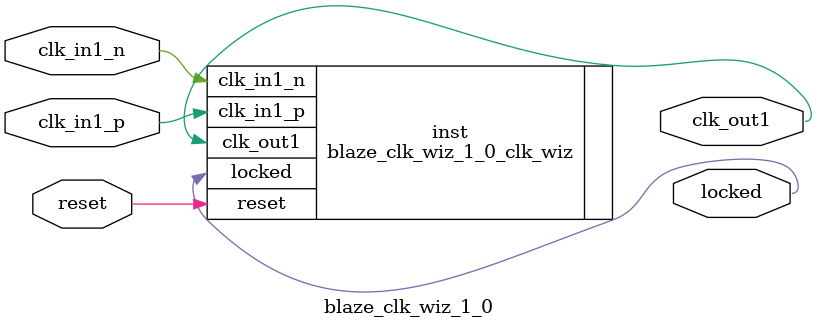
<source format=v>


`timescale 1ps/1ps

(* CORE_GENERATION_INFO = "blaze_clk_wiz_1_0,clk_wiz_v6_0_0_0,{component_name=blaze_clk_wiz_1_0,use_phase_alignment=true,use_min_o_jitter=false,use_max_i_jitter=false,use_dyn_phase_shift=false,use_inclk_switchover=false,use_dyn_reconfig=false,enable_axi=0,feedback_source=FDBK_AUTO,PRIMITIVE=MMCM,num_out_clk=1,clkin1_period=10.000,clkin2_period=10.000,use_power_down=false,use_reset=true,use_locked=true,use_inclk_stopped=false,feedback_type=SINGLE,CLOCK_MGR_TYPE=NA,manual_override=false}" *)

module blaze_clk_wiz_1_0 
 (
  // Clock out ports
  output        clk_out1,
  // Status and control signals
  input         reset,
  output        locked,
 // Clock in ports
  input         clk_in1_p,
  input         clk_in1_n
 );

  blaze_clk_wiz_1_0_clk_wiz inst
  (
  // Clock out ports  
  .clk_out1(clk_out1),
  // Status and control signals               
  .reset(reset), 
  .locked(locked),
 // Clock in ports
  .clk_in1_p(clk_in1_p),
  .clk_in1_n(clk_in1_n)
  );

endmodule

</source>
